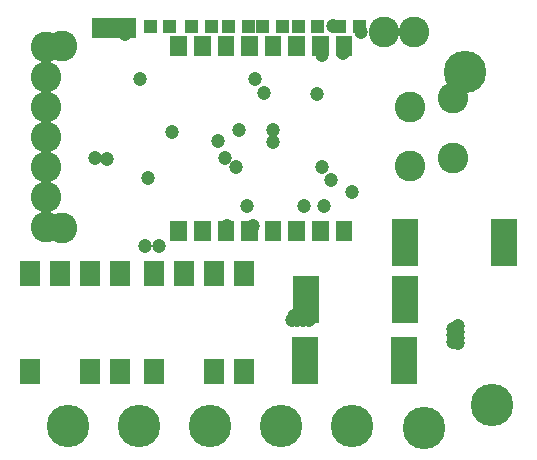
<source format=gbr>
%FSLAX32Y32*%
%MOMM*%
%LNLOETSTOP2*%
G71*
G01*
%ADD10C, 2.60*%
%ADD11C, 3.60*%
%ADD12C, 1.20*%
%ADD13C, 2.60*%
%LPD*%
X6874Y6085D02*
G54D10*
D03*
X6874Y6585D02*
G54D10*
D03*
X3927Y5564D02*
G54D10*
D03*
X3927Y7104D02*
G54D10*
D03*
G36*
X5878Y5156D02*
X6098Y5156D01*
X6098Y4761D01*
X5878Y4761D01*
X5878Y5156D01*
G37*
G36*
X6718Y5155D02*
X6938Y5155D01*
X6938Y4760D01*
X6718Y4760D01*
X6718Y5155D01*
G37*
X7239Y6666D02*
G54D10*
D03*
X7239Y6158D02*
G54D10*
D03*
G36*
X6243Y5626D02*
X6383Y5626D01*
X6383Y5456D01*
X6243Y5456D01*
X6243Y5626D01*
G37*
G36*
X6043Y5626D02*
X6183Y5626D01*
X6183Y5456D01*
X6043Y5456D01*
X6043Y5626D01*
G37*
G36*
X5843Y5626D02*
X5983Y5626D01*
X5983Y5456D01*
X5843Y5456D01*
X5843Y5626D01*
G37*
G36*
X5643Y5626D02*
X5783Y5626D01*
X5783Y5456D01*
X5643Y5456D01*
X5643Y5626D01*
G37*
G36*
X5443Y5626D02*
X5583Y5626D01*
X5583Y5456D01*
X5443Y5456D01*
X5443Y5626D01*
G37*
G36*
X5243Y5626D02*
X5383Y5626D01*
X5383Y5456D01*
X5243Y5456D01*
X5243Y5626D01*
G37*
G36*
X5043Y5626D02*
X5183Y5626D01*
X5183Y5456D01*
X5043Y5456D01*
X5043Y5626D01*
G37*
G36*
X4843Y5626D02*
X4983Y5626D01*
X4983Y5456D01*
X4843Y5456D01*
X4843Y5626D01*
G37*
G36*
X6243Y7189D02*
X6383Y7189D01*
X6383Y7019D01*
X6243Y7019D01*
X6243Y7189D01*
G37*
G36*
X6043Y7189D02*
X6183Y7189D01*
X6183Y7019D01*
X6043Y7019D01*
X6043Y7189D01*
G37*
G36*
X5843Y7189D02*
X5983Y7189D01*
X5983Y7019D01*
X5843Y7019D01*
X5843Y7189D01*
G37*
G36*
X5643Y7189D02*
X5783Y7189D01*
X5783Y7019D01*
X5643Y7019D01*
X5643Y7189D01*
G37*
G36*
X5443Y7189D02*
X5583Y7189D01*
X5583Y7019D01*
X5443Y7019D01*
X5443Y7189D01*
G37*
G36*
X5243Y7189D02*
X5383Y7189D01*
X5383Y7019D01*
X5243Y7019D01*
X5243Y7189D01*
G37*
G36*
X5043Y7189D02*
X5183Y7189D01*
X5183Y7019D01*
X5043Y7019D01*
X5043Y7189D01*
G37*
G36*
X4843Y7189D02*
X4983Y7189D01*
X4983Y7019D01*
X4843Y7019D01*
X4843Y7189D01*
G37*
X7334Y6888D02*
G54D11*
D03*
X6382Y5865D02*
G54D12*
D03*
G36*
X6497Y7216D02*
X6387Y7216D01*
X6387Y7326D01*
X6497Y7326D01*
X6497Y7216D01*
G37*
G36*
X6330Y7215D02*
X6220Y7215D01*
X6220Y7325D01*
X6330Y7325D01*
X6330Y7215D01*
G37*
G36*
X4894Y7216D02*
X4784Y7216D01*
X4784Y7326D01*
X4894Y7326D01*
X4894Y7216D01*
G37*
G36*
X4727Y7215D02*
X4617Y7215D01*
X4617Y7325D01*
X4727Y7325D01*
X4727Y7215D01*
G37*
G36*
X5846Y7216D02*
X5736Y7216D01*
X5736Y7326D01*
X5846Y7326D01*
X5846Y7216D01*
G37*
G36*
X5679Y7215D02*
X5569Y7215D01*
X5569Y7325D01*
X5679Y7325D01*
X5679Y7215D01*
G37*
G36*
X5560Y7216D02*
X5450Y7216D01*
X5450Y7326D01*
X5560Y7326D01*
X5560Y7216D01*
G37*
G36*
X5393Y7215D02*
X5283Y7215D01*
X5283Y7325D01*
X5393Y7325D01*
X5393Y7215D01*
G37*
G36*
X5243Y7216D02*
X5133Y7216D01*
X5133Y7326D01*
X5243Y7326D01*
X5243Y7216D01*
G37*
G36*
X5076Y7215D02*
X4966Y7215D01*
X4966Y7325D01*
X5076Y7325D01*
X5076Y7215D01*
G37*
X5493Y5746D02*
G54D12*
D03*
X6302Y7047D02*
G54D12*
D03*
X6461Y7222D02*
G54D12*
D03*
X3794Y6840D02*
G54D13*
D03*
X3794Y6586D02*
G54D13*
D03*
X3794Y6332D02*
G54D13*
D03*
X3794Y6078D02*
G54D13*
D03*
X3794Y5824D02*
G54D13*
D03*
X3794Y5570D02*
G54D13*
D03*
X4588Y6825D02*
G54D12*
D03*
X5556Y6825D02*
G54D12*
D03*
X6906Y7222D02*
G54D13*
D03*
X6652Y7222D02*
G54D13*
D03*
X6207Y5968D02*
G54D12*
D03*
X5302Y6158D02*
G54D12*
D03*
X5398Y6079D02*
G54D12*
D03*
X6128Y6079D02*
G54D12*
D03*
X6088Y6698D02*
G54D12*
D03*
G36*
X4550Y7339D02*
X4550Y7169D01*
X4180Y7169D01*
X4180Y7339D01*
X4550Y7339D01*
G37*
X6128Y7031D02*
G54D12*
D03*
X3794Y7095D02*
G54D13*
D03*
X4461Y7206D02*
G54D12*
D03*
X6223Y7270D02*
G54D12*
D03*
X4651Y5984D02*
G54D12*
D03*
G36*
X4617Y5286D02*
X4787Y5286D01*
X4787Y5076D01*
X4617Y5076D01*
X4617Y5286D01*
G37*
G36*
X4871Y5286D02*
X5041Y5286D01*
X5041Y5076D01*
X4871Y5076D01*
X4871Y5286D01*
G37*
G36*
X5125Y5286D02*
X5295Y5286D01*
X5295Y5076D01*
X5125Y5076D01*
X5125Y5286D01*
G37*
G36*
X5379Y5286D02*
X5549Y5286D01*
X5549Y5076D01*
X5379Y5076D01*
X5379Y5286D01*
G37*
G36*
X4617Y4453D02*
X4787Y4453D01*
X4787Y4243D01*
X4617Y4243D01*
X4617Y4453D01*
G37*
G36*
X5125Y4453D02*
X5295Y4453D01*
X5295Y4243D01*
X5125Y4243D01*
X5125Y4453D01*
G37*
G36*
X5379Y4453D02*
X5549Y4453D01*
X5549Y4243D01*
X5379Y4243D01*
X5379Y4453D01*
G37*
G36*
X3569Y5286D02*
X3739Y5286D01*
X3739Y5076D01*
X3569Y5076D01*
X3569Y5286D01*
G37*
G36*
X3823Y5286D02*
X3993Y5286D01*
X3993Y5076D01*
X3823Y5076D01*
X3823Y5286D01*
G37*
G36*
X4077Y5286D02*
X4247Y5286D01*
X4247Y5076D01*
X4077Y5076D01*
X4077Y5286D01*
G37*
G36*
X4331Y5286D02*
X4501Y5286D01*
X4501Y5076D01*
X4331Y5076D01*
X4331Y5286D01*
G37*
G36*
X3569Y4453D02*
X3739Y4453D01*
X3739Y4243D01*
X3569Y4243D01*
X3569Y4453D01*
G37*
G36*
X4077Y4453D02*
X4247Y4453D01*
X4247Y4243D01*
X4077Y4243D01*
X4077Y4453D01*
G37*
G36*
X4331Y4453D02*
X4501Y4453D01*
X4501Y4243D01*
X4331Y4243D01*
X4331Y4453D01*
G37*
G36*
X5870Y4640D02*
X6090Y4640D01*
X6090Y4245D01*
X5870Y4245D01*
X5870Y4640D01*
G37*
G36*
X6710Y4639D02*
X6930Y4639D01*
X6930Y4244D01*
X6710Y4244D01*
X6710Y4639D01*
G37*
G36*
X6719Y5640D02*
X6939Y5640D01*
X6939Y5245D01*
X6719Y5245D01*
X6719Y5640D01*
G37*
G36*
X7560Y5639D02*
X7780Y5639D01*
X7780Y5244D01*
X7560Y5244D01*
X7560Y5639D01*
G37*
X7279Y4730D02*
G54D12*
D03*
X7279Y4682D02*
G54D12*
D03*
X7279Y4634D02*
G54D12*
D03*
X7279Y4587D02*
G54D12*
D03*
X7239Y4706D02*
G54D12*
D03*
X7239Y4658D02*
G54D12*
D03*
X7239Y4602D02*
G54D12*
D03*
X3977Y3888D02*
G54D11*
D03*
X4577Y3888D02*
G54D11*
D03*
X5177Y3888D02*
G54D11*
D03*
X5777Y3888D02*
G54D11*
D03*
X6377Y3888D02*
G54D11*
D03*
X6993Y3872D02*
G54D11*
D03*
X3651Y5166D02*
G54D12*
D03*
X4707Y5150D02*
G54D12*
D03*
X6013Y4782D02*
G54D12*
D03*
X5966Y4782D02*
G54D12*
D03*
X5918Y4782D02*
G54D12*
D03*
X5870Y4782D02*
G54D12*
D03*
X5989Y4822D02*
G54D12*
D03*
X5942Y4822D02*
G54D12*
D03*
X5886Y4822D02*
G54D12*
D03*
X6144Y5746D02*
G54D12*
D03*
X5977Y5753D02*
G54D12*
D03*
X5715Y6293D02*
G54D12*
D03*
X5247Y6301D02*
G54D12*
D03*
X4207Y6158D02*
G54D12*
D03*
X5715Y6396D02*
G54D12*
D03*
X5421Y6396D02*
G54D12*
D03*
X4628Y5412D02*
G54D12*
D03*
X4747Y5412D02*
G54D12*
D03*
G36*
X6148Y7216D02*
X6038Y7216D01*
X6038Y7326D01*
X6148Y7326D01*
X6148Y7216D01*
G37*
G36*
X5981Y7215D02*
X5871Y7215D01*
X5871Y7325D01*
X5981Y7325D01*
X5981Y7215D01*
G37*
X7564Y4063D02*
G54D11*
D03*
X4858Y6373D02*
G54D12*
D03*
X5540Y5579D02*
G54D12*
D03*
X5326Y5579D02*
G54D12*
D03*
X4310Y6150D02*
G54D12*
D03*
X5636Y6706D02*
G54D12*
D03*
M02*

</source>
